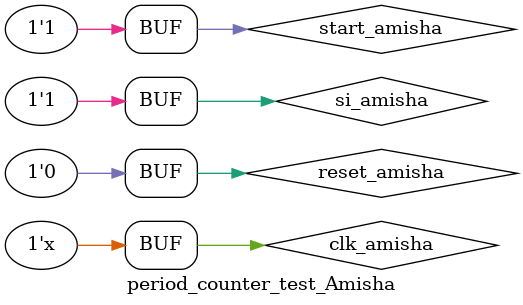
<source format=v>
`timescale 1ns / 1ps


module period_counter_test_Amisha;
	// Inputs
	reg clk_amisha;
	reg reset_amisha;
	reg start_amisha;
	reg si_amisha;
	// Outputs
	wire ready_amisha;
	wire done_tick_amisha;
	wire [9:0] prd_amisha;
	// Instantiate the Unit Under Test (UUT)
	period_counter_Amisha uut (
		.clk_amisha(clk_amisha), 
		.reset_amisha(reset_amisha), 
		.start_amisha(start_amisha), 
		.si_amisha(si_amisha), 
		.ready_amisha(ready_amisha), 
		.done_tick_amisha(done_tick_amisha), 
		.prd_amisha(prd_amisha)
	);
	initial begin
		clk_amisha = 0;
		reset_amisha = 1;
		start_amisha = 0;
		si_amisha = 0;
		#100;
		reset_amisha = 0;
		start_amisha = 1;
		si_amisha = 0;
		#100;
		start_amisha = 1;
		si_amisha = 1;
		#100;
	end
always #50 clk_amisha = ~clk_amisha;      
endmodule


</source>
